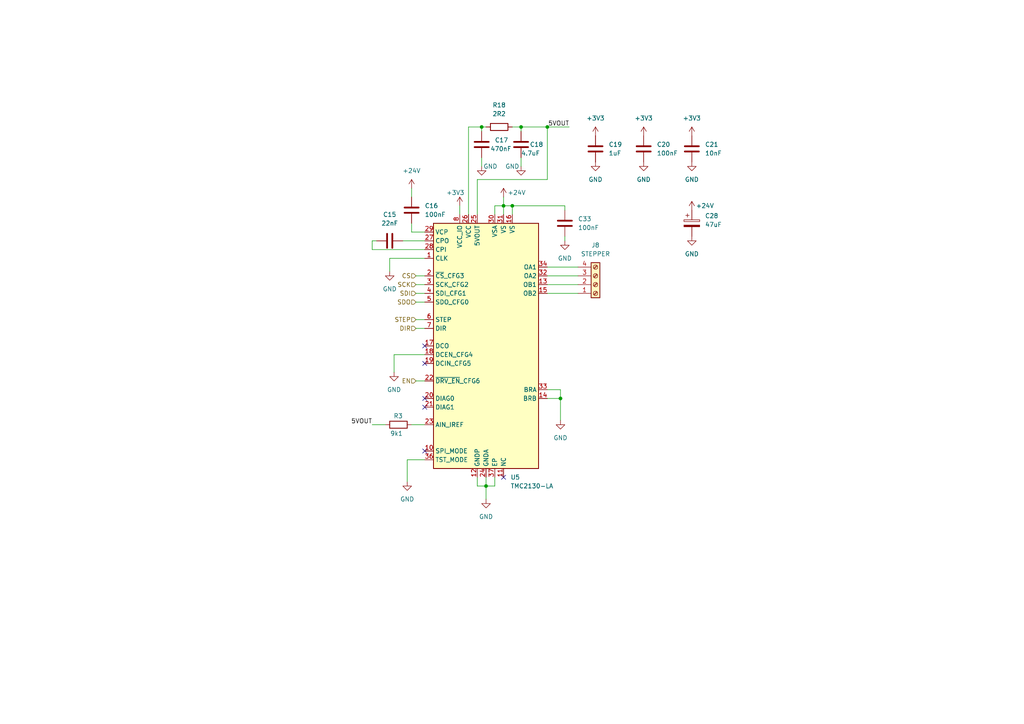
<source format=kicad_sch>
(kicad_sch (version 20211123) (generator eeschema)
  (paper "A4")
  (lib_symbols
    (symbol "Connector:Screw_Terminal_01x04" (pin_names (offset 1.016) hide)
      (property "Reference" "J" (at 0 5.08 0))
      (property "Value" "Screw_Terminal_01x04" (at 0 -7.62 0))
      (symbol "Screw_Terminal_01x04_1_1"
        (rectangle (start -1.27 3.81) (end 1.27 -6.35) (stroke (width 0.254)) (fill (type background)))
        (circle (center 0 -5.08) (radius 0.635) (stroke (width 0.1524)))
        (circle (center 0 -2.54) (radius 0.635) (stroke (width 0.1524)))
        (polyline (pts (xy -0.5334 -4.7498) (xy 0.3302 -5.588)) (stroke (width 0.1524)))
        (polyline (pts (xy -0.5334 -2.2098) (xy 0.3302 -3.048)) (stroke (width 0.1524)))
        (polyline (pts (xy -0.5334 0.3302) (xy 0.3302 -0.508)) (stroke (width 0.1524)))
        (polyline (pts (xy -0.5334 2.8702) (xy 0.3302 2.032)) (stroke (width 0.1524)))
        (polyline (pts (xy -0.3556 -4.572) (xy 0.508 -5.4102)) (stroke (width 0.1524)))
        (polyline (pts (xy -0.3556 -2.032) (xy 0.508 -2.8702)) (stroke (width 0.1524)))
        (polyline (pts (xy -0.3556 0.508) (xy 0.508 -0.3302)) (stroke (width 0.1524)))
        (polyline (pts (xy -0.3556 3.048) (xy 0.508 2.2098)) (stroke (width 0.1524)))
        (circle (center 0 0) (radius 0.635) (stroke (width 0.1524)))
        (circle (center 0 2.54) (radius 0.635) (stroke (width 0.1524)))
        (pin passive line (at -5.08 2.54 0) (length 3.81) (name "Pin_1") (number "1"))
        (pin passive line (at -5.08 0 0) (length 3.81) (name "Pin_2") (number "2"))
        (pin passive line (at -5.08 -2.54 0) (length 3.81) (name "Pin_3") (number "3"))
        (pin passive line (at -5.08 -5.08 0) (length 3.81) (name "Pin_4") (number "4"))
      )
    )
    (symbol "Device:C" (pin_numbers hide) (pin_names (offset 0.254))
      (property "Reference" "C" (at 0.635 2.54 0))
      (property "Value" "C" (at 0.635 -2.54 0))
      (symbol "C_0_1"
        (polyline (pts (xy -2.032 -0.762) (xy 2.032 -0.762)) (stroke (width 0.508)))
        (polyline (pts (xy -2.032 0.762) (xy 2.032 0.762)) (stroke (width 0.508)))
      )
      (symbol "C_1_1"
        (pin passive line (at 0 3.81 270) (length 2.794) (name "~") (number "1"))
        (pin passive line (at 0 -3.81 90) (length 2.794) (name "~") (number "2"))
      )
    )
    (symbol "Device:C_Polarized" (pin_numbers hide) (pin_names (offset 0.254))
      (property "Reference" "C" (at 0.635 2.54 0))
      (property "Value" "C_Polarized" (at 0.635 -2.54 0))
      (symbol "C_Polarized_0_1"
        (rectangle (start -2.286 0.508) (end 2.286 1.016))
        (polyline (pts (xy -1.778 2.286) (xy -0.762 2.286)))
        (polyline (pts (xy -1.27 2.794) (xy -1.27 1.778)))
        (rectangle (start 2.286 -0.508) (end -2.286 -1.016) (fill (type outline)))
      )
      (symbol "C_Polarized_1_1"
        (pin passive line (at 0 3.81 270) (length 2.794) (name "~") (number "1"))
        (pin passive line (at 0 -3.81 90) (length 2.794) (name "~") (number "2"))
      )
    )
    (symbol "Device:R" (pin_numbers hide) (pin_names (offset 0))
      (property "Reference" "R" (at 2.032 0 90))
      (property "Value" "R" (at 0 0 90))
      (symbol "R_0_1"
        (rectangle (start -1.016 -2.54) (end 1.016 2.54) (stroke (width 0.254)))
      )
      (symbol "R_1_1"
        (pin passive line (at 0 3.81 270) (length 1.27) (name "~") (number "1"))
        (pin passive line (at 0 -3.81 90) (length 1.27) (name "~") (number "2"))
      )
    )
    (symbol "Driver_Motor:TMC2130-LA"
      (property "Reference" "U" (at -11.43 38.1 0))
      (property "Value" "TMC2130-LA" (at 17.78 38.1 0))
      (symbol "TMC2130-LA_0_1"
        (rectangle (start -15.24 35.56) (end 15.24 -35.56) (stroke (width 0.254)) (fill (type background)))
      )
      (symbol "TMC2130-LA_1_1"
        (pin input line (at -17.78 25.4 0) (length 2.54) (name "CLK") (number "1"))
        (pin input line (at -17.78 -30.48 0) (length 2.54) (name "SPI_MODE") (number "10"))
        (pin passive line (at 5.08 -38.1 90) (length 2.54) (name "NC") (number "11"))
        (pin power_in line (at -2.54 -38.1 90) (length 2.54) (name "GNDP") (number "12"))
        (pin output line (at 17.78 17.78 180) (length 2.54) (name "OB1") (number "13"))
        (pin passive line (at 17.78 -15.24 180) (length 2.54) (name "BRB") (number "14"))
        (pin output line (at 17.78 15.24 180) (length 2.54) (name "OB2") (number "15"))
        (pin power_in line (at 7.62 38.1 270) (length 2.54) (name "VS") (number "16"))
        (pin output line (at -17.78 0 0) (length 2.54) (name "DCO") (number "17"))
        (pin input line (at -17.78 -2.54 0) (length 2.54) (name "DCEN_CFG4") (number "18"))
        (pin input line (at -17.78 -5.08 0) (length 2.54) (name "DCIN_CFG5") (number "19"))
        (pin input line (at -17.78 20.32 0) (length 2.54) (name "~{CS}_CFG3") (number "2"))
        (pin output line (at -17.78 -15.24 0) (length 2.54) (name "DIAG0") (number "20"))
        (pin output line (at -17.78 -17.78 0) (length 2.54) (name "DIAG1") (number "21"))
        (pin input line (at -17.78 -10.16 0) (length 2.54) (name "~{DRV_EN}_CFG6") (number "22"))
        (pin input line (at -17.78 -22.86 0) (length 2.54) (name "AIN_IREF") (number "23"))
        (pin power_in line (at 0 -38.1 90) (length 2.54) (name "GNDA") (number "24"))
        (pin power_out line (at -2.54 38.1 270) (length 2.54) (name "5VOUT") (number "25"))
        (pin power_in line (at -5.08 38.1 270) (length 2.54) (name "VCC") (number "26"))
        (pin passive line (at -17.78 30.48 0) (length 2.54) (name "CPO") (number "27"))
        (pin passive line (at -17.78 27.94 0) (length 2.54) (name "CPI") (number "28"))
        (pin passive line (at -17.78 33.02 0) (length 2.54) (name "VCP") (number "29"))
        (pin input line (at -17.78 17.78 0) (length 2.54) (name "SCK_CFG2") (number "3"))
        (pin power_in line (at 2.54 38.1 270) (length 2.54) (name "VSA") (number "30"))
        (pin power_in line (at 5.08 38.1 270) (length 2.54) (name "VS") (number "31"))
        (pin output line (at 17.78 20.32 180) (length 2.54) (name "OA2") (number "32"))
        (pin passive line (at 17.78 -12.7 180) (length 2.54) (name "BRA") (number "33"))
        (pin output line (at 17.78 22.86 180) (length 2.54) (name "OA1") (number "34"))
        (pin passive line (at -2.54 -38.1 90) (length 2.54) hide (name "GNDP") (number "35"))
        (pin input line (at -17.78 -33.02 0) (length 2.54) (name "TST_MODE") (number "36"))
        (pin power_in line (at 2.54 -38.1 90) (length 2.54) (name "EP") (number "37"))
        (pin input line (at -17.78 15.24 0) (length 2.54) (name "SDI_CFG1") (number "4"))
        (pin bidirectional line (at -17.78 12.7 0) (length 2.54) (name "SDO_CFG0") (number "5"))
        (pin input line (at -17.78 7.62 0) (length 2.54) (name "STEP") (number "6"))
        (pin input line (at -17.78 5.08 0) (length 2.54) (name "DIR") (number "7"))
        (pin power_in line (at -7.62 38.1 270) (length 2.54) (name "VCC_IO") (number "8"))
        (pin no_connect line (at 15.24 33.02 180) (length 2.54) hide (name "DNC") (number "9"))
      )
    )
    (symbol "power:+24V" (power) (pin_names (offset 0))
      (property "Value" "+24V" (at 0 3.556 0))
      (symbol "+24V_0_1"
        (polyline (pts (xy -0.762 1.27) (xy 0 2.54)))
        (polyline (pts (xy 0 0) (xy 0 2.54)))
        (polyline (pts (xy 0 2.54) (xy 0.762 1.27)))
      )
      (symbol "+24V_1_1"
        (pin power_in line (at 0 0 90) (length 0) hide (name "+24V") (number "1"))
      )
    )
    (symbol "power:+3V3" (power) (pin_names (offset 0))
      (property "Value" "+3V3" (at 0 3.556 0))
      (symbol "+3V3_0_1"
        (polyline (pts (xy -0.762 1.27) (xy 0 2.54)))
        (polyline (pts (xy 0 0) (xy 0 2.54)))
        (polyline (pts (xy 0 2.54) (xy 0.762 1.27)))
      )
      (symbol "+3V3_1_1"
        (pin power_in line (at 0 0 90) (length 0) hide (name "+3V3") (number "1"))
      )
    )
    (symbol "power:GND" (power) (pin_names (offset 0))
      (property "Value" "GND" (at 0 -3.81 0))
      (symbol "GND_0_1"
        (polyline (pts (xy 0 0) (xy 0 -1.27) (xy 1.27 -1.27) (xy 0 -2.54) (xy -1.27 -1.27) (xy 0 -1.27)))
      )
      (symbol "GND_1_1"
        (pin power_in line (at 0 0 270) (length 0) hide (name "GND") (number "1"))
      )
    )
  )
  (junction (at 148.59 59.69))
  (junction (at 139.7 36.83))
  (junction (at 151.13 36.83))
  (junction (at 162.56 115.57))
  (junction (at 140.97 140.97))
  (junction (at 146.05 59.69))
  (junction (at 158.75 36.83))
  (no_connect (at 146.05 138.43))
  (no_connect (at 123.19 105.41))
  (no_connect (at 123.19 130.81))
  (no_connect (at 123.19 115.57))
  (no_connect (at 123.19 118.11))
  (no_connect (at 123.19 100.33))
  (wire (pts (xy 158.75 115.57) (xy 162.56 115.57)))
  (wire (pts (xy 114.3 102.87) (xy 114.3 107.95)))
  (wire (pts (xy 116.84 69.85) (xy 123.19 69.85)))
  (wire (pts (xy 139.7 48.26) (xy 139.7 45.72)))
  (wire (pts (xy 162.56 115.57) (xy 162.56 121.92)))
  (wire (pts (xy 163.83 59.69) (xy 163.83 60.96)))
  (wire (pts (xy 148.59 59.69) (xy 148.59 62.23)))
  (wire (pts (xy 148.59 59.69) (xy 163.83 59.69)))
  (wire (pts (xy 107.95 69.85) (xy 107.95 72.39)))
  (wire (pts (xy 120.65 82.55) (xy 123.19 82.55)))
  (wire (pts (xy 143.51 59.69) (xy 146.05 59.69)))
  (wire (pts (xy 107.95 123.19) (xy 111.76 123.19)))
  (wire (pts (xy 118.11 133.35) (xy 118.11 139.7)))
  (wire (pts (xy 139.7 38.1) (xy 139.7 36.83)))
  (wire (pts (xy 138.43 52.07) (xy 158.75 52.07)))
  (wire (pts (xy 140.97 140.97) (xy 143.51 140.97)))
  (wire (pts (xy 133.35 59.69) (xy 133.35 62.23)))
  (wire (pts (xy 120.65 85.09) (xy 123.19 85.09)))
  (wire (pts (xy 140.97 140.97) (xy 140.97 144.78)))
  (wire (pts (xy 138.43 138.43) (xy 138.43 140.97)))
  (wire (pts (xy 120.65 110.49) (xy 123.19 110.49)))
  (wire (pts (xy 146.05 59.69) (xy 148.59 59.69)))
  (wire (pts (xy 140.97 138.43) (xy 140.97 140.97)))
  (wire (pts (xy 139.7 36.83) (xy 140.97 36.83)))
  (wire (pts (xy 143.51 138.43) (xy 143.51 140.97)))
  (wire (pts (xy 151.13 36.83) (xy 158.75 36.83)))
  (wire (pts (xy 146.05 57.15) (xy 146.05 59.69)))
  (wire (pts (xy 158.75 113.03) (xy 162.56 113.03)))
  (wire (pts (xy 123.19 67.31) (xy 119.38 67.31)))
  (wire (pts (xy 146.05 59.69) (xy 146.05 62.23)))
  (wire (pts (xy 135.89 36.83) (xy 139.7 36.83)))
  (wire (pts (xy 123.19 102.87) (xy 114.3 102.87)))
  (wire (pts (xy 113.03 74.93) (xy 113.03 78.74)))
  (wire (pts (xy 119.38 54.61) (xy 119.38 57.15)))
  (wire (pts (xy 123.19 74.93) (xy 113.03 74.93)))
  (wire (pts (xy 158.75 36.83) (xy 158.75 52.07)))
  (wire (pts (xy 109.22 69.85) (xy 107.95 69.85)))
  (wire (pts (xy 120.65 92.71) (xy 123.19 92.71)))
  (wire (pts (xy 120.65 80.01) (xy 123.19 80.01)))
  (wire (pts (xy 107.95 72.39) (xy 123.19 72.39)))
  (wire (pts (xy 158.75 85.09) (xy 167.64 85.09)))
  (wire (pts (xy 148.59 36.83) (xy 151.13 36.83)))
  (wire (pts (xy 158.75 36.83) (xy 165.1 36.83)))
  (wire (pts (xy 158.75 77.47) (xy 167.64 77.47)))
  (wire (pts (xy 163.83 68.58) (xy 163.83 69.85)))
  (wire (pts (xy 120.65 95.25) (xy 123.19 95.25)))
  (wire (pts (xy 143.51 59.69) (xy 143.51 62.23)))
  (wire (pts (xy 151.13 48.26) (xy 151.13 45.72)))
  (wire (pts (xy 138.43 62.23) (xy 138.43 52.07)))
  (wire (pts (xy 158.75 80.01) (xy 167.64 80.01)))
  (wire (pts (xy 120.65 87.63) (xy 123.19 87.63)))
  (wire (pts (xy 162.56 113.03) (xy 162.56 115.57)))
  (wire (pts (xy 151.13 36.83) (xy 151.13 38.1)))
  (wire (pts (xy 119.38 123.19) (xy 123.19 123.19)))
  (wire (pts (xy 138.43 140.97) (xy 140.97 140.97)))
  (wire (pts (xy 135.89 36.83) (xy 135.89 62.23)))
  (wire (pts (xy 158.75 82.55) (xy 167.64 82.55)))
  (wire (pts (xy 118.11 133.35) (xy 123.19 133.35)))
  (wire (pts (xy 119.38 64.77) (xy 119.38 67.31)))
  (label "5VOUT" (at 165.1 36.83 180))
  (label "5VOUT" (at 107.95 123.19 180))
  (hierarchical_label "SDI" (shape input) (at 120.65 85.09 180))
  (hierarchical_label "SDO" (shape input) (at 120.65 87.63 180))
  (hierarchical_label "STEP" (shape input) (at 120.65 92.71 180))
  (hierarchical_label "EN" (shape input) (at 120.65 110.49 180))
  (hierarchical_label "CS" (shape input) (at 120.65 80.01 180))
  (hierarchical_label "DIR" (shape input) (at 120.65 95.25 180))
  (hierarchical_label "SCK" (shape input) (at 120.65 82.55 180))
  (symbol (lib_id "power:+3V3") (at 133.35 59.69 0) (unit 1)
    (property "Reference" "#PWR058" (effects hide))
    (property "Value" "+3V3" (at 132.08 55.88 0))
  )
  (symbol (lib_id "power:GND") (at 140.97 144.78 0) (unit 1)
    (property "Reference" "#PWR059" (effects hide))
    (property "Value" "GND" (at 140.97 149.86 0))
  )
  (symbol (lib_id "Device:C") (at 119.38 60.96 180) (unit 1)
    (property "Reference" "C16" (at 123.19 59.6899 0) (effects (justify right)))
    (property "Value" "100nF" (at 123.19 62.2299 0) (effects (justify right)))
    (property "Footprint" "Capacitor_SMD:C_0805_2012Metric" (effects hide))
  )
  (symbol (lib_id "Device:C") (at 200.66 43.18 0) (unit 1)
    (property "Reference" "C21" (at 204.47 41.9099 0) (effects (justify left)))
    (property "Value" "10nF" (at 204.47 44.4499 0) (effects (justify left)))
    (property "Footprint" "Capacitor_SMD:C_0805_2012Metric" (effects hide))
  )
  (symbol (lib_id "Connector:Screw_Terminal_01x04") (at 172.72 82.55 0) (mirror x) (unit 1)
    (property "Reference" "J8" (at 172.72 71.12 0))
    (property "Value" "STEPPER" (at 172.72 73.66 0))
    (property "Footprint" "TerminalBlock:TerminalBlock_bornier-4_P5.08mm" (effects hide))
    (property "LCSC" "C557656" (effects hide))
  )
  (symbol (lib_id "Device:R") (at 144.78 36.83 90) (unit 1)
    (property "Reference" "R18" (at 144.78 30.48 90))
    (property "Value" "2R2" (at 144.78 33.02 90))
    (property "Footprint" "Resistor_SMD:R_0805_2012Metric" (effects hide))
  )
  (symbol (lib_id "power:+3V3") (at 200.66 39.37 0) (unit 1)
    (property "Reference" "#PWR068" (effects hide))
    (property "Value" "+3V3" (at 200.66 34.29 0))
  )
  (symbol (lib_id "Device:C") (at 139.7 41.91 0) (unit 1)
    (property "Reference" "C17" (at 143.51 40.6399 0) (effects (justify left)))
    (property "Value" "470nF" (at 142.24 43.18 0) (effects (justify left)))
    (property "Footprint" "Capacitor_SMD:C_0805_2012Metric" (effects hide))
  )
  (symbol (lib_id "Device:C") (at 186.69 43.18 0) (unit 1)
    (property "Reference" "C20" (at 190.5 41.9099 0) (effects (justify left)))
    (property "Value" "100nF" (at 190.5 44.4499 0) (effects (justify left)))
    (property "Footprint" "Capacitor_SMD:C_0805_2012Metric" (effects hide))
  )
  (symbol (lib_id "Device:C") (at 151.13 41.91 0) (unit 1)
    (property "Reference" "C18" (at 153.67 41.91 0) (effects (justify left)))
    (property "Value" "4.7uF" (at 151.13 44.45 0) (effects (justify left)))
    (property "Footprint" "Capacitor_SMD:C_0805_2012Metric" (effects hide))
  )
  (symbol (lib_id "power:GND") (at 200.66 68.58 0) (unit 1)
    (property "Reference" "#PWR0109" (effects hide))
    (property "Value" "GND" (at 200.66 73.66 0))
  )
  (symbol (lib_id "Device:C") (at 172.72 43.18 0) (unit 1)
    (property "Reference" "C19" (at 176.53 41.9099 0) (effects (justify left)))
    (property "Value" "1uF" (at 176.53 44.4499 0) (effects (justify left)))
    (property "Footprint" "Capacitor_SMD:C_0805_2012Metric" (effects hide))
  )
  (symbol (lib_id "power:GND") (at 186.69 46.99 0) (unit 1)
    (property "Reference" "#PWR067" (effects hide))
    (property "Value" "GND" (at 186.69 52.07 0))
  )
  (symbol (lib_id "Device:C") (at 113.03 69.85 90) (unit 1)
    (property "Reference" "C15" (at 113.03 62.23 90))
    (property "Value" "22nF" (at 113.03 64.77 90))
    (property "Footprint" "Capacitor_SMD:C_0805_2012Metric" (effects hide))
  )
  (symbol (lib_id "Driver_Motor:TMC2130-LA") (at 140.97 100.33 0) (unit 1)
    (property "Reference" "U5" (at 148.0694 138.43 0) (effects (justify left)))
    (property "Value" "TMC2130-LA" (at 148.0694 140.97 0) (effects (justify left)))
    (property "Footprint" "Package_DFN_QFN:QFN-36-1EP_5x6mm_P0.5mm_EP3.6x4.1mm" (effects hide))
    (property "Datasheet" "http://www.trinamic.com/fileadmin/assets/Products/ICs_Documents/TMC2130_datasheet.pdf" (effects hide))
    (property "LCSC" "C915795" (effects hide))
  )
  (symbol (lib_id "power:GND") (at 118.11 139.7 0) (unit 1)
    (property "Reference" "#PWR056" (effects hide))
    (property "Value" "GND" (at 118.11 144.78 0))
  )
  (symbol (lib_id "power:GND") (at 163.83 69.85 0) (unit 1)
    (property "Reference" "#PWR0116" (effects hide))
    (property "Value" "GND" (at 163.83 74.93 0))
  )
  (symbol (lib_id "power:GND") (at 162.56 121.92 0) (unit 1)
    (property "Reference" "#PWR063" (effects hide))
    (property "Value" "GND" (at 162.56 127 0))
  )
  (symbol (lib_id "power:GND") (at 200.66 46.99 0) (unit 1)
    (property "Reference" "#PWR069" (effects hide))
    (property "Value" "GND" (at 200.66 52.07 0))
  )
  (symbol (lib_id "power:GND") (at 172.72 46.99 0) (unit 1)
    (property "Reference" "#PWR065" (effects hide))
    (property "Value" "GND" (at 172.72 52.07 0))
  )
  (symbol (lib_id "power:+3V3") (at 186.69 39.37 0) (unit 1)
    (property "Reference" "#PWR066" (effects hide))
    (property "Value" "+3V3" (at 186.69 34.29 0))
  )
  (symbol (lib_id "power:+24V") (at 146.05 57.15 0) (unit 1)
    (property "Reference" "#PWR0111" (effects hide))
    (property "Value" "+24V" (at 149.86 55.88 0))
  )
  (symbol (lib_id "power:GND") (at 113.03 78.74 0) (unit 1)
    (property "Reference" "#PWR054" (effects hide))
    (property "Value" "GND" (at 113.03 83.82 0))
  )
  (symbol (lib_id "Device:C_Polarized") (at 200.66 64.77 0) (unit 1)
    (property "Reference" "C28" (at 204.47 62.6109 0) (effects (justify left)))
    (property "Value" "47uF" (at 204.47 65.1509 0) (effects (justify left)))
    (property "Footprint" "Capacitor_SMD:CP_Elec_6.3x7.7" (effects hide))
    (property "LCSC" "C88677" (effects hide))
  )
  (symbol (lib_id "power:GND") (at 114.3 107.95 0) (unit 1)
    (property "Reference" "#PWR055" (effects hide))
    (property "Value" "GND" (at 114.3 113.03 0))
  )
  (symbol (lib_id "Device:R") (at 115.57 123.19 90) (unit 1)
    (property "Reference" "R3" (at 116.84 120.65 90) (effects (justify left)))
    (property "Value" "9k1" (at 116.84 125.73 90) (effects (justify left)))
    (property "Footprint" "Resistor_SMD:R_0805_2012Metric" (effects hide))
  )
  (symbol (lib_id "power:+3V3") (at 172.72 39.37 0) (unit 1)
    (property "Reference" "#PWR064" (effects hide))
    (property "Value" "+3V3" (at 172.72 34.29 0))
  )
  (symbol (lib_id "power:GND") (at 151.13 48.26 0) (unit 1)
    (property "Reference" "#PWR062" (effects hide))
    (property "Value" "GND" (at 148.59 48.26 0))
  )
  (symbol (lib_id "power:+24V") (at 119.38 54.61 0) (unit 1)
    (property "Reference" "#PWR0112" (effects hide))
    (property "Value" "+24V" (at 119.38 49.53 0))
  )
  (symbol (lib_id "power:GND") (at 139.7 48.26 0) (unit 1)
    (property "Reference" "#PWR060" (effects hide))
    (property "Value" "GND" (at 142.24 48.26 0))
  )
  (symbol (lib_id "power:+24V") (at 200.66 60.96 0) (unit 1)
    (property "Reference" "#PWR0110" (effects hide))
    (property "Value" "+24V" (at 204.47 59.69 0))
  )
  (symbol (lib_id "Device:C") (at 163.83 64.77 0) (unit 1)
    (property "Reference" "C33" (at 167.64 63.4999 0) (effects (justify left)))
    (property "Value" "100nF" (at 167.64 66.0399 0) (effects (justify left)))
    (property "Footprint" "Capacitor_SMD:C_0805_2012Metric" (effects hide))
  )
)
</source>
